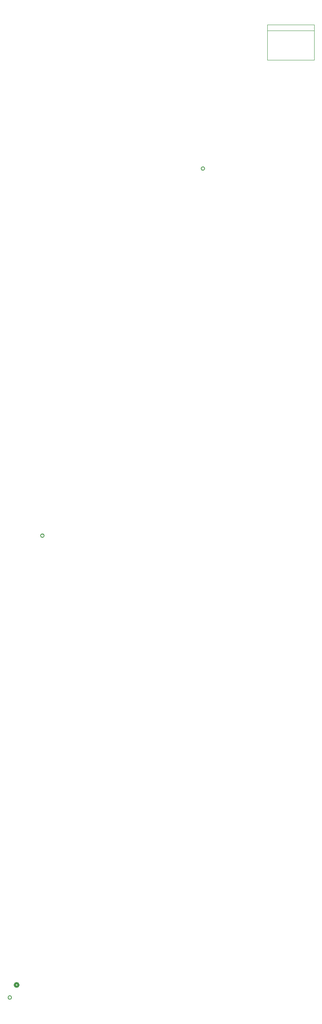
<source format=gbr>
%TF.GenerationSoftware,KiCad,Pcbnew,8.0.6*%
%TF.CreationDate,2025-01-01T18:14:05+00:00*%
%TF.ProjectId,srvant-mk2,73727661-6e74-42d6-9d6b-322e6b696361,rev?*%
%TF.SameCoordinates,Original*%
%TF.FileFunction,Legend,Bot*%
%TF.FilePolarity,Positive*%
%FSLAX46Y46*%
G04 Gerber Fmt 4.6, Leading zero omitted, Abs format (unit mm)*
G04 Created by KiCad (PCBNEW 8.0.6) date 2025-01-01 18:14:05*
%MOMM*%
%LPD*%
G01*
G04 APERTURE LIST*
%ADD10C,0.508000*%
%ADD11C,0.152400*%
%ADD12C,0.120000*%
G04 APERTURE END LIST*
D10*
%TO.C,J11*%
X-92874549Y-206857350D02*
G75*
G02*
X-93636549Y-206857350I-381000J0D01*
G01*
X-93636549Y-206857350D02*
G75*
G02*
X-92874549Y-206857350I381000J0D01*
G01*
D11*
%TO.C,BT1*%
X-52514000Y-30475010D02*
G75*
G02*
X-53276000Y-30475010I-381000J0D01*
G01*
X-53276000Y-30475010D02*
G75*
G02*
X-52514000Y-30475010I381000J0D01*
G01*
%TO.C,J10*%
X-94352800Y-209569999D02*
G75*
G02*
X-95114800Y-209569999I-381000J0D01*
G01*
X-95114800Y-209569999D02*
G75*
G02*
X-94352800Y-209569999I381000J0D01*
G01*
D12*
%TO.C,J12*%
X-38920000Y610000D02*
X-38920000Y-7010000D01*
X-38920000Y-660000D02*
X-28760000Y-660000D01*
X-38920000Y-7010000D02*
X-28760000Y-7010000D01*
X-28760000Y610000D02*
X-38920000Y610000D01*
X-28760000Y-7010000D02*
X-28760000Y610000D01*
D11*
%TO.C,J8*%
X-87292602Y-109788200D02*
G75*
G02*
X-88054602Y-109788200I-381000J0D01*
G01*
X-88054602Y-109788200D02*
G75*
G02*
X-87292602Y-109788200I381000J0D01*
G01*
%TD*%
M02*

</source>
